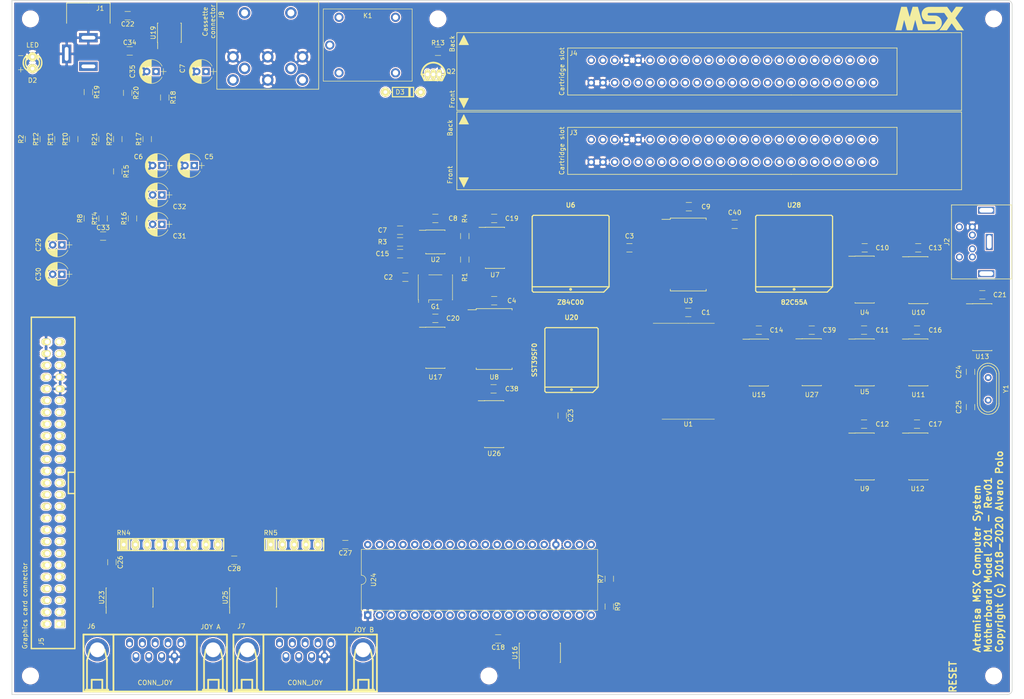
<source format=kicad_pcb>
(kicad_pcb (version 20211014) (generator pcbnew)
  (layers (0 "F.Cu" signal) (31 "B.Cu" signal) (34 "B.Paste" user) (35 "F.Paste" user) (36 "B.SilkS" user "B.Silkscreen") (37 "F.SilkS" user "F.Silkscreen") (38 "B.Mask" user) (39 "F.Mask" user) (44 "Edge.Cuts" user))
  (net 0 "")
  (net 1 "GND")
  (net 2 "/~{RESET}")
  (net 3 "/BEEP")
  (net 4 "/~{CS1}")
  (net 5 "/~{CS2}")
  (net 6 "/~{CS12}")
  (net 7 "/~{SLTSL2}")
  (net 8 "/~{RFSH}")
  (net 9 "/~{M1}")
  (net 10 "/~{IORQ}")
  (net 11 "/~{MREQ}")
  (net 12 "/~{WR}")
  (net 13 "/~{RD}")
  (net 14 "/CPU/ADDR9")
  (net 15 "/ADDR15")
  (net 16 "/CPU/ADDR11")
  (net 17 "/CPU/ADDR10")
  (net 18 "/CPU/ADDR12")
  (net 19 "/CPU/ADDR8")
  (net 20 "/ADDR14")
  (net 21 "/CPU/ADDR13")
  (net 22 "/ADDR1")
  (net 23 "/ADDR0")
  (net 24 "/CPU/ADDR2")
  (net 25 "/CPU/DATA1")
  (net 26 "/CPU/DATA0")
  (net 27 "/CPU/DATA3")
  (net 28 "/CPU/DATA2")
  (net 29 "/CPU/DATA5")
  (net 30 "/CPU/DATA4")
  (net 31 "/CPU/DATA7")
  (net 32 "/CPU/DATA6")
  (net 33 "/~{SLTSL3}")
  (net 34 "Net-(J3-Pad5)")
  (net 35 "Net-(J3-Pad10)")
  (net 36 "Net-(J3-Pad16)")
  (net 37 "Net-(J3-Pad44)")
  (net 38 "Net-(J3-Pad46)")
  (net 39 "/PSG/JOYA3")
  (net 40 "/PSG/JOYA4")
  (net 41 "/PSG/JOYA2")
  (net 42 "/PSG/JOYA1")
  (net 43 "/PSG/JOYA6")
  (net 44 "/PSG/JOYA7")
  (net 45 "/PSG/IOB4")
  (net 46 "/PSG/JOYB3")
  (net 47 "/PSG/JOYB4")
  (net 48 "/PSG/JOYB2")
  (net 49 "/PSG/JOYB1")
  (net 50 "/PSG/JOYB6")
  (net 51 "/PSG/JOYB7")
  (net 52 "/PSG/IOB5")
  (net 53 "/AUDIO")
  (net 54 "/~{SLTSL1}")
  (net 55 "/CLK")
  (net 56 "/CPU/D0")
  (net 57 "/CPU/D1")
  (net 58 "/CPU/D2")
  (net 59 "/CPU/D3")
  (net 60 "/CPU/D4")
  (net 61 "/CPU/D5")
  (net 62 "/CPU/D6")
  (net 63 "/CPU/D7")
  (net 64 "/PPI/PA3")
  (net 65 "/KBD/KBCOL3")
  (net 66 "/PPI/PA2")
  (net 67 "/KBD/KBCOL4")
  (net 68 "/PPI/PA1")
  (net 69 "/KBD/KBCOL5")
  (net 70 "/PPI/PA0")
  (net 71 "/KBD/KBCOL6")
  (net 72 "/KBD/KBCOL7")
  (net 73 "/KBD/KBROW0")
  (net 74 "/KBD/KBROW1")
  (net 75 "/KBD/KBROW2")
  (net 76 "/KBD/KBROW3")
  (net 77 "/PPI/PA7")
  (net 78 "/KBD/KBCOL0")
  (net 79 "/PPI/PA6")
  (net 80 "/KBD/KBCOL1")
  (net 81 "/PPI/PA5")
  (net 82 "/KBD/KBCOL2")
  (net 83 "/PPI/PA4")
  (net 84 "/~{SLTSL0}")
  (net 85 "/KBD/~{RSL0}")
  (net 86 "/KBD/~{RSL1}")
  (net 87 "/KBD/~{RSL2}")
  (net 88 "/PSG/IOB0")
  (net 89 "/PSG/IOB3")
  (net 90 "/PSG/IOB1")
  (net 91 "/PSG/IOB2")
  (net 92 "/PSG/IOA0")
  (net 93 "/PSG/IOB6")
  (net 94 "/PSG/IOA5")
  (net 95 "/PSG/IOA4")
  (net 96 "/PSG/IOA3")
  (net 97 "/PSG/IOA2")
  (net 98 "/PSG/IOA1")
  (net 99 "/CASOUT")
  (net 100 "/CASIN")
  (net 101 "/EXTSOUND")
  (net 102 "/RESET")
  (net 103 "/PSGCLK")
  (net 104 "/DATADIR")
  (net 105 "/~{PPIRD}")
  (net 106 "/~{PPIWR}")
  (net 107 "/~{SLTSLEN}")
  (net 108 "/PSGBDIR")
  (net 109 "/PSGBC1")
  (net 110 "/CPU/ADDR4")
  (net 111 "/CPU/ADDR5")
  (net 112 "/CPU/ADDR3")
  (net 113 "/CPU/ADDR6")
  (net 114 "/CPU/ADDR7")
  (net 115 "/~{VDPSL}")
  (net 116 "/DECODING/~{PSGSL}")
  (net 117 "/DECODING/~{PPISL}")
  (net 118 "/~{PPIRDY}")
  (net 119 "~")
  (net 120 "Net-(D2-Pad1)")
  (net 121 "/~{CAPSLOCK}")
  (net 122 "Net-(C7-Pad1)")
  (net 123 "Net-(C29-Pad2)")
  (net 124 "Net-(C30-Pad2)")
  (net 125 "Net-(C31-Pad2)")
  (net 126 "Net-(C33-Pad1)")
  (net 127 "Net-(C34-Pad1)")
  (net 128 "Net-(C35-Pad1)")
  (net 129 "Net-(J4-Pad46)")
  (net 130 "Net-(J4-Pad44)")
  (net 131 "Net-(J4-Pad16)")
  (net 132 "Net-(J4-Pad10)")
  (net 133 "Net-(J4-Pad5)")
  (net 134 "Net-(J5-Pad5)")
  (net 135 "Net-(J5-Pad10)")
  (net 136 "Net-(J5-Pad46)")
  (net 137 "Net-(J5-Pad44)")
  (net 138 "Net-(J8-Pad4)")
  (net 139 "Net-(U6-Pad24)")
  (net 140 "Net-(U7-Pad6)")
  (net 141 "Net-(U7-Pad4)")
  (net 142 "Net-(U7-Pad8)")
  (net 143 "Net-(U15-Pad3)")
  (net 144 "Net-(U15-Pad2)")
  (net 145 "Net-(U17-Pad2)")
  (net 146 "Net-(U17-Pad9)")
  (net 147 "Net-(U19-Pad6)")
  (net 148 "Net-(U19-Pad5)")
  (net 149 "Net-(U25-Pad9)")
  (net 150 "Net-(Q2-Pad2)")
  (net 151 "Net-(D3-Pad1)")
  (net 152 "Net-(J8-Pad7)")
  (net 153 "Net-(J8-Pad6)")
  (net 154 "Net-(K1-Pad5)")
  (net 155 "Net-(R7-Pad2)")
  (net 156 "/~{CASMOTOR}")
  (net 157 "Net-(R17-Pad2)")
  (net 158 "Net-(JP1-Pad2)")
  (net 159 "Net-(JP2-Pad2)")
  (net 160 "Net-(JP3-Pad2)")
  (net 161 "Net-(JP4-Pad2)")
  (net 162 "/~{KANALOCK}")
  (net 163 "Net-(C31-Pad1)")
  (net 164 "Net-(C32-Pad2)")
  (net 165 "Net-(C34-Pad2)")
  (net 166 "Net-(U24-Pad39)")
  (net 167 "Net-(U24-Pad26)")
  (net 168 "Net-(U24-Pad5)")
  (net 169 "Net-(U24-Pad2)")
  (net 170 "Net-(U25-Pad12)")
  (net 171 "Net-(U26-Pad15)")
  (net 172 "Net-(U26-Pad7)")
  (net 173 "Net-(U26-Pad14)")
  (net 174 "Net-(U26-Pad13)")
  (net 175 "Net-(U26-Pad9)")
  (net 176 "/~{WAIT}")
  (net 177 "/~{INT}")
  (net 178 "Net-(U28-Pad34)")
  (net 179 "Net-(U28-Pad12)")
  (net 180 "Net-(U28-Pad23)")
  (net 181 "Net-(U28-Pad1)")
  (net 182 "Net-(U6-Pad28)")
  (net 183 "Net-(U6-Pad27)")
  (net 184 "Net-(U6-Pad25)")
  (net 185 "Net-(U6-Pad12)")
  (net 186 "Net-(U6-Pad6)")
  (net 187 "Net-(U6-Pad20)")
  (net 188 "Net-(U1-Pad1)")
  (net 189 "Net-(C15-Pad1)")
  (net 190 "Net-(R3-Pad1)")
  (net 191 "/DECODING/~{IOSL}")
  (net 192 "Net-(C24-Pad2)")
  (net 193 "Net-(C25-Pad2)")
  (net 194 "Net-(J2-Pad6)")
  (net 195 "Net-(J2-Pad5)")
  (net 196 "Net-(J2-Pad1)")
  (net 197 "Net-(J2-Pad2)")
  (net 198 "/KBD/D0")
  (net 199 "/KBD/ROW0")
  (net 200 "/KBD/ROW1")
  (net 201 "/KBD/~{WSL0L}")
  (net 202 "/KBD/D3")
  (net 203 "/KBD/D2")
  (net 204 "/KBD/D1")
  (net 205 "/KBD/~{WSL1L}")
  (net 206 "/KBD/~{WSL2L}")
  (net 207 "/KBD/~{WSL0H}")
  (net 208 "/KBD/~{WSL1H}")
  (net 209 "/KBD/~{WSL2H}")
  (net 210 "Net-(U13-Pad13)")
  (net 211 "Net-(U13-Pad12)")
  (net 212 "Net-(U13-Pad3)")
  (net 213 "Net-(U13-Pad2)")
  (net 214 "Net-(U15-Pad9)")
  (footprint "artemisa:Joystick_conn" (layer "F.Cu") (at 120.22074 226.06)
    (fp_text reference "J7")
    (fp_text value "CONN_JOY")
  )
  (footprint "artemisa:R_1206" (layer "F.Cu") (at 185.896 203.6 90)
    (fp_text reference "R7")
    (fp_text value "10K")
  )
  (footprint "artemisa:R_1206" (layer "F.Cu") (at 185.896 209.6 -90)
    (fp_text reference "R9")
    (fp_text value "10K")
  )
  (footprint "artemisa:R_1206" (layer "F.Cu") (at 67.056 108.585 90)
    (fp_text reference "R11")
    (fp_text value "4k7")
  )
  (footprint "artemisa:R_1206" (layer "F.Cu") (at 70.231 108.585 90)
    (fp_text reference "R10")
    (fp_text value "20k")
  )
  (footprint "artemisa:R_1206" (layer "F.Cu") (at 73.406 125.73 90)
    (fp_text reference "R8")
    (fp_text value "470")
  )
  (footprint "artemisa:C_1206" (layer "F.Cu") (at 175.736 168.33 -90)
    (fp_text reference "C23")
    (fp_text value "100nF")
  )
  (footprint "artemisa:Radial_capacitor" (layer "F.Cu") (at 88.011 93.98 180)
    (fp_text reference "C35")
    (fp_text value "1uF")
  )
  (footprint "artemisa:C_1206" (layer "F.Cu") (at 128.896 196.215 180)
    (fp_text reference "C27")
    (fp_text value "100nF")
  )
  (footprint "artemisa:C_1206" (layer "F.Cu") (at 218.186 149.87 180)
    (fp_text reference "C14")
    (fp_text value "100nF")
  )
  (footprint "artemisa:C_1206" (layer "F.Cu") (at 229.616 149.87 180)
    (fp_text reference "C39")
    (fp_text value "100nF")
  )
  (footprint "artemisa:C_1206" (layer "F.Cu") (at 161.896 216.6 180)
    (fp_text reference "C18")
    (fp_text value "100nF")
  )
  (footprint "artemisa:Jack_55_21" (layer "F.Cu") (at 68.706 90.17 -90)
    (fp_text reference "J1")
    (fp_text value "PWR_conn")
  )
  (footprint "artemisa:C_1206" (layer "F.Cu") (at 78.486 200.025 -90)
    (fp_text reference "C26")
    (fp_text value "100nF")
  )
  (footprint "artemisa:SOIC-14" (layer "F.Cu") (at 148.336 153.67)
    (fp_text reference "U17")
    (fp_text value "74HC74")
  )
  (footprint "artemisa:C_1206" (layer "F.Cu") (at 148.336 147.32 180)
    (fp_text reference "C20")
    (fp_text value "100nF")
  )
  (footprint "artemisa:Radial_capacitor" (layer "F.Cu") (at 98.806 93.98 180)
    (fp_text reference "C7")
    (fp_text value "100uF")
  )
  (footprint "artemisa:Mounting_hole_M3" (layer "F.Cu") (at 60.896 82.6)
    (fp_text reference "REF**" hide)
    (fp_text value "MountingHole_M3")
  )
  (footprint "artemisa:Mounting_hole_M3" (layer "F.Cu") (at 60.896 224.6)
    (fp_text reference "REF**" hide)
    (fp_text value "MountingHole_M3")
  )
  (footprint "artemisa:Mounting_hole_M3" (layer "F.Cu") (at 159.896 224.6)
    (fp_text reference "REF**" hide)
    (fp_text value "MountingHole_M3")
  )
  (footprint "artemisa:SOIC-16" (layer "F.Cu") (at 161.036 170.18)
    (fp_text reference "U26")
    (fp_text value "74HC138")
  )
  (footprint "artemisa:SOIC-20" (layer "F.Cu") (at 161.036 151.79)
    (fp_text reference "U8")
    (fp_text value "74HCT245")
  )
  (footprint "artemisa:SOIC-14" (layer "F.Cu") (at 170.896 219.6 90)
    (fp_text reference "U16")
    (fp_text value "74LS07")
  )
  (footprint "artemisa:SOIC-16" (layer "F.Cu") (at 108.966 207.645 90)
    (fp_text reference "U25")
    (fp_text value "74HC157")
  )
  (footprint "artemisa:Radial_capacitor" (layer "F.Cu") (at 89.281 127 180)
    (fp_text reference "C31")
    (fp_text value "10u")
  )
  (footprint "artemisa:C_1206" (layer "F.Cu") (at 160.906 162.56 180)
    (fp_text reference "C38")
    (fp_text value "100nF")
  )
  (footprint "artemisa:DIP-40_600" (layer "F.Cu") (at 133.731 211.455 90)
    (fp_text reference "U24")
    (fp_text value "AY-3-8910")
  )
  (footprint "artemisa:DIN8" (layer "F.Cu") (at 112.141 78.805 180)
    (fp_text reference "J8")
    (fp_text value "DIN8")
  )
  (footprint "artemisa:C_1206" (layer "F.Cu") (at 161.036 143.51 180)
    (fp_text reference "C4")
    (fp_text value "100nF")
  )
  (footprint "artemisa:RN8" (layer "F.Cu") (at 91.186 196.215)
    (fp_text reference "RN4")
    (fp_text value "10K" hide)
  )
  (footprint "artemisa:RN4" (layer "F.Cu") (at 117.856 196.215)
    (fp_text reference "RN5")
    (fp_text value "10K" hide)
  )
  (footprint "artemisa:C_1206" (layer "F.Cu") (at 212.976 127 180)
    (fp_text reference "C40")
    (fp_text value "100nF")
  )
  (footprint "artemisa:SOIC-8_150" (layer "F.Cu") (at 90.896 85.6 90)
    (fp_text reference "U19")
    (fp_text value "LM311")
  )
  (footprint "artemisa:C_1206" (layer "F.Cu") (at 190.246 132.08)
    (fp_text reference "C3")
    (fp_text value "100nF")
  )
  (footprint "artemisa:R_1206" (layer "F.Cu") (at 86.106 108.585 90)
    (fp_text reference "R17")
    (fp_text value "4k7")
  )
  (footprint "artemisa:SOIC-16" (layer "F.Cu") (at 82.296 207.645 90)
    (fp_text reference "U23")
    (fp_text value "74HC157")
  )
  (footprint "artemisa:GFX_conn" (layer "F.Cu") (at 65.786 182.88 90)
    (fp_text reference "J5")
    (fp_text value "GFX_Connector_Output" hide)
  )
  (footprint "artemisa:R_1206" (layer "F.Cu") (at 79.756 108.585 90)
    (fp_text reference "R22")
    (fp_text value "2k7")
  )
  (footprint "artemisa:R_1206" (layer "F.Cu") (at 76.581 108.585 90)
    (fp_text reference "R21")
    (fp_text value "2k7")
  )
  (footprint "artemisa:R_1206" (layer "F.Cu") (at 89.896 99.6 -90)
    (fp_text reference "R18")
    (fp_text value "220k")
  )
  (footprint "artemisa:R_1206" (layer "F.Cu") (at 73.406 98.425 -90)
    (fp_text reference "R19")
    (fp_text value "1k")
  )
  (footprint "artemisa:R_1206" (layer "F.Cu") (at 81.896 98.6 -90)
    (fp_text reference "R20")
    (fp_text value "10k")
  )
  (footprint "artemisa:R_1206" (layer "F.Cu") (at 60.706 108.585 90)
    (fp_text reference "R2")
    (fp_text value "220")
  )
  (footprint "artemisa:R_1206" (layer "F.Cu") (at 82.931 125.73 90)
    (fp_text reference "R16")
    (fp_text value "100")
  )
  (footprint "artemisa:R_1206" (layer "F.Cu") (at 79.756 115.57 -90)
    (fp_text reference "R15")
    (fp_text value "4k7")
  )
  (footprint "artemisa:R_1206" (layer "F.Cu") (at 76.581 125.73 90)
    (fp_text reference "R14")
    (fp_text value "4k7")
  )
  (footprint "artemisa:C_1206" (layer "F.Cu") (at 76.581 129.54)
    (fp_text reference "C33")
    (fp_text value "22nF")
  )
  (footprint "artemisa:LED" (layer "F.Cu") (at 61.341 92.075 180)
    (fp_text reference "D2")
    (fp_text value "LED")
  )
  (footprint "artemisa:Radial_capacitor" (layer "F.Cu") (at 96.266 114.3 180)
    (fp_text reference "C5")
    (fp_text value "100uF")
  )
  (footprint "artemisa:Radial_capacitor" (layer "F.Cu") (at 89.281 114.3 180)
    (fp_text reference "C6")
    (fp_text value "10uF")
  )
  (footprint "artemisa:Radial_capacitor" (layer "F.Cu") (at 89.281 120.65 180)
    (fp_text reference "C32")
    (fp_text value "1uF")
  )
  (footprint "artemisa:C_1206" (layer "F.Cu") (at 82.336 89.535)
    (fp_text reference "C34")
    (fp_text value "22nF")
  )
  (footprint "artemisa:C_1206" (layer "F.Cu") (at 104.896 199.6 180)
    (fp_text reference "C28")
    (fp_text value "100nF")
  )
  (footprint "artemisa:Joystick_conn" (layer "F.Cu") (at 87.83574 226.06)
    (fp_text reference "J6")
    (fp_text value "CONN_JOY")
  )
  (footprint "artemisa:C_1206" (layer "F.Cu") (at 81.896 81.915 180)
    (fp_text reference "C22")
    (fp_text value "100nF")
  )
  (footprint "artemisa:Radial_capacitor" (layer "F.Cu") (at 67.691 131.445 180)
    (fp_text reference "C29")
    (fp_text value "10u")
  )
  (footprint "artemisa:MSX_logo" (layer "F.Cu") (at 255.016 82.55)
    (fp_text reference "G***" hide)
    (fp_text value "LOGO" hide)
  )
  (footprint "artemisa:Slot_conn" (layer "F.Cu") (at 212.471 93.98)
    (fp_text reference "J4")
    (fp_text value "MSX_Slot")
  )
  (footprint "artemisa:Radial_capacitor" (layer "F.Cu") (at 67.691 137.795 180)
    (fp_text reference "C30")
    (fp_text value "10u")
  )
  (footprint "artemisa:R_1206" (layer "F.Cu") (at 63.881 108.585 90)
    (fp_text reference "R12")
    (fp_text value "2k7")
  )
  (footprint "artemisa:Mounting_hole_M3" (layer "F.Cu") (at 268.896 82.6)
    (fp_text reference "REF**" hide)
    (fp_text value "MountingHole_M3")
  )
  (footprint "artemisa:Slot_conn" (layer "F.Cu") (at 212.471 111.125)
    (fp_text reference "J3")
    (fp_text value "MSX_Slot")
  )
  (footprint "artemisa:Axial_diode" (layer "F.Cu") (at 141.351 98.425)
    (fp_text reference "D3")
    (fp_text value "1N4448")
  )
  (footprint "artemisa:Relay" (layer "F.Cu") (at 133.731 88.265)
    (fp_text reference "K1")
    (fp_text value "Relay")
  )
  (footprint "artemisa:R_1206" (layer "F.Cu") (at 148.896 89.6)
    (fp_text reference "R13")
    (fp_text value "2k2")
  )
  (footprint "artemisa:TO92" (layer "F.Cu") (at 147.896 94.6)
    (fp_text reference "Q2")
    (fp_text value "2N2907")
  )
  (footprint "artemisa:Mounting_hole_M3" (layer "F.Cu") (at 268.896 224.6)
    (fp_text reference "REF**" hide)
    (fp_text value "MountingHole_M3")
  )
  (footprint "artemisa:Mounting_hole_M3" (layer "F.Cu") (at 148.896 82.6)
    (fp_text reference "REF**" hide)
    (fp_text value "MountingHole_M3")
  )
  (footprint "artemisa:PLCC44" (layer "F.Cu") (at 225.806 133.35)
    (fp_text reference "U28")
    (fp_text value "82C55A")
  )
  (footprint "artemisa:PLCC44" (layer "F.Cu") (at 177.546 133.35)
    (fp_text reference "U6")
    (fp_text value "Z84C00")
  )
  (footprint "artemisa:C_1206" (layer "F.Cu") (at 202.946 146.05 180)
    (fp_text reference "C1")
    (fp_text value "100nF")
  )
  (footprint "artemisa:SOIC-24" (layer "F.Cu") (at 202.946 133.53)
    (fp_text reference "U3")
    (fp_text value "GAL_declogic-201")
  )
  (footprint "artemisa:SOP-32_450" (layer "F.Cu") (at 202.946 158.75)
    (fp_text reference "U1")
    (fp_text value "AS6C1008")
  )
  (footprint "artemisa:SG7050" (layer "F.Cu") (at 148.336 140.62)
    (fp_text reference "G1")
    (fp_text value "SG7050")
  )
  (footprint "artemisa:C_1206" (layer "F.Cu") (at 141.856 138.43 180)
    (fp_text reference "C2")
    (fp_text value "100nF")
  )
  (footprint "artemisa:PLCC32" (layer "F.Cu") (at 177.736 156.33)
    (fp_text reference "U20")
    (fp_text value "SST39SF0")
  )
  (footprint "artemisa:C_1206" (layer "F.Cu") (at 203.076 123.19 180)
    (fp_text reference "C9")
    (fp_text value "100nF")
  )
  (footprint "artemisa:SOIC-16" (layer "F.Cu") (at 218.186 156.87)
    (fp_text reference "U15")
    (fp_text value "74HC139")
  )
  (footprint "artemisa:C_1206" (layer "F.Cu") (at 161.036 125.73 180)
    (fp_text reference "C19")
    (fp_text value "100nF")
  )
  (footprint "artemisa:SOIC-14" (layer "F.Cu") (at 161.196 132.08)
    (fp_text reference "U7")
    (fp_text value "74HC74")
  )
  (footprint "artemisa:C_1206" (layer "F.Cu") (at 148.336 125.73)
    (fp_text reference "C8")
    (fp_text value "100nF")
  )
  (footprint "artemisa:C_1206" (layer "F.Cu") (at 140.716 128.27 180)
    (fp_text reference "C7")
    (fp_text value "100nF")
  )
  (footprint "artemisa:C_1206" (layer "F.Cu") (at 140.716 133.35)
    (fp_text reference "C15")
    (fp_text value "1uF")
  )
  (footprint "artemisa:R_1206" (layer "F.Cu") (at 154.686 134.62 90)
    (fp_text reference "R1")
    (fp_text value "10K")
  )
  (footprint "artemisa:R_1206" (layer "F.Cu") (at 140.716 130.81)
    (fp_text reference "R3")
    (fp_text value "560")
  )
  (footprint "artemisa:R_1206" (layer "F.Cu") (at 154.686 129.54 -90)
    (fp_text reference "R4")
    (fp_text value "10K")
  )
  (footprint "artemisa:SOIC-8_150" (layer "F.Cu") (at 148.336 130.81)
    (fp_text reference "U2")
    (fp_text value "TL7705")
  )
  (footprint "artemisa:C_1206" (layer "F.Cu") (at 241.046 132.08)
    (fp_text reference "C10")
    (fp_text value "0.1uF")
  )
  (footprint "artemisa:C_1206" (layer "F.Cu") (at 240.916 149.86)
    (fp_text reference "C11")
    (fp_text value "0.1uF")
  )
  (footprint "artemisa:C_1206" (layer "F.Cu") (at 240.916 170.18)
    (fp_text reference "C12")
    (fp_text value "0.1uF")
  )
  (footprint "artemisa:C_1206" (layer "F.Cu") (at 252.606 132.08)
    (fp_text reference "C13")
    (fp_text value "0.1uF")
  )
  (footprint "artemisa:C_1206" (layer "F.Cu") (at 252.346 149.86)
    (fp_text reference "C16")
    (fp_text value "0.1uF")
  )
  (footprint "artemisa:C_1206" (layer "F.Cu") (at 252.346 170.18)
    (fp_text reference "C17")
    (fp_text value "0.1uF")
  )
  (footprint "artemisa:C_1206" (layer "F.Cu") (at 266.446 142.24)
    (fp_text reference "C21")
    (fp_text value "0.1uF")
  )
  (footprint "artemisa:C_1206" (layer "F.Cu") (at 263.906 158.88 -90)
    (fp_text reference "C24")
    (fp_text value "33pF")
  )
  (footprint "artemisa:C_1206" (layer "F.Cu") (at 263.906 166.5 90)
    (fp_text reference "C25")
    (fp_text value "33pF")
  )
  (footprint "artemisa:PS2_conn" (layer "F.Cu") (at 272.796 130.81 90)
    (fp_text reference "J2")
    (fp_text value "PS2_CONN")
  )
  (footprint "artemisa:SOIC-16" (layer "F.Cu") (at 241.046 156.845)
    (fp_text reference "U5")
    (fp_text value "74HC670")
  )
  (footprint "artemisa:SOIC-16" (layer "F.Cu") (at 241.046 177.165)
    (fp_text reference "U9")
    (fp_text value "74HC670")
  )
  (footprint "artemisa:SOIC-16" (layer "F.Cu") (at 252.636 139.065)
    (fp_text reference "U10")
    (fp_text value "74HC670")
  )
  (footprint "artemisa:SOIC-16" (layer "F.Cu") (at 252.636 156.845)
    (fp_text reference "U11")
    (fp_text value "74HC670")
  )
  (footprint "artemisa:SOIC-16" (layer "F.Cu") (at 252.636 177.165)
    (fp_text reference "U12")
    (fp_text value "74HC670")
  )
  (footprint "artemisa:SOIC-16" (layer "F.Cu") (at 266.446 149.225)
    (fp_text reference "U13")
    (fp_text value "ATMEGA328P")
  )
  (footprint "artemisa:Crystal" (layer "F.Cu") (at 267.716 162.56 90)
    (fp_text reference "Y1")
    (fp_text value "16Mhz" hide)
  )
  (footprint "artemisa:SOIC-16" (layer "F.Cu") (at 229.616 156.81)
    (fp_text reference "U27")
    (fp_text value "74HC153")
  )
  (footprint "artemisa:SOIC-16" (layer "F.Cu") (at 241.046 138.94)
    (fp_text reference "U4")
    (fp_text value "74HC670")
  )
  (gr_line (start 56.896 228.6) (end 271.896 228.6) (layer "Edge.Cuts") (width 0.15))
  (gr_line (start 56.896 78.6) (end 56.896 228.6) (layer "Edge.Cuts") (width 0.15))
  (gr_line (start 272.896 227.6) (end 272.896 79.6) (layer "Edge.Cuts") (width 0.15))
  (gr_arc (start 271.896 78.6) (mid 272.603107 78.892893) (end 272.896 79.6) (layer "Edge.Cuts") (width 0.15))
  (gr_arc (start 272.896 227.6) (mid 272.603107 228.307107) (end 271.896 228.6) (layer "Edge.Cuts") (width 0.15))
  (gr_line (start 271.896 78.6) (end 56.896 78.6) (layer "Edge.Cuts") (width 0.15))
  (gr_text "JOY A" (at 97.536 213.995) (layer "F.SilkS") (effects (font (size 1 1)) (justify left)))
  (gr_text "JOY B" (at 130.556 214.63) (layer "F.SilkS") (effects (font (size 1 1)) (justify left)))
  (gr_text "Artemisa MSX Computer System\nMotherboard Model 201 - Rev01\nCopyright (c) 2018-2020 Alvaro Polo" (at 267.716 219.71 90) (layer "F.SilkS") (effects (font (size 1.5 1.5) (thickness 0.3)) (justify left)))
  (gr_text "Cassette\nconnector" (at 99.441 83.185 90) (layer "F.SilkS") (effects (font (size 1 1))))
  (gr_text "RESET" (at 260.096 224.79 90) (layer "F.SilkS") (effects (font (size 1.5 1.5) (thickness 0.3))))
  (gr_text "Graphics card connector" (at 59.69 200.025 90) (layer "F.SilkS") (effects (font (size 1 1)) (justify right)))
  (zone (net 1) (net_name "GND") (layer "F.Cu") (connect_pads (clearance 0.2032)) (min_thickness 0.2032) (fill yes (thermal_gap 0.508) (thermal_bridge_width 0.508))
    (polygon (pts (xy 57.396 228.1) (xy 57.396 79.1) (xy 272.396 79.1) (xy 272.396 228.1)))
  )
  (zone (net 1) (net_name "GND") (layer "B.Cu") (connect_pads (clearance 0.2032)) (min_thickness 0.2032) (fill yes (thermal_gap 0.508) (thermal_bridge_width 0.508))
    (polygon (pts (xy 57.396 228.1) (xy 57.396 79.1) (xy 272.396 79.1) (xy 272.396 228.1)))
  )
)
</source>
